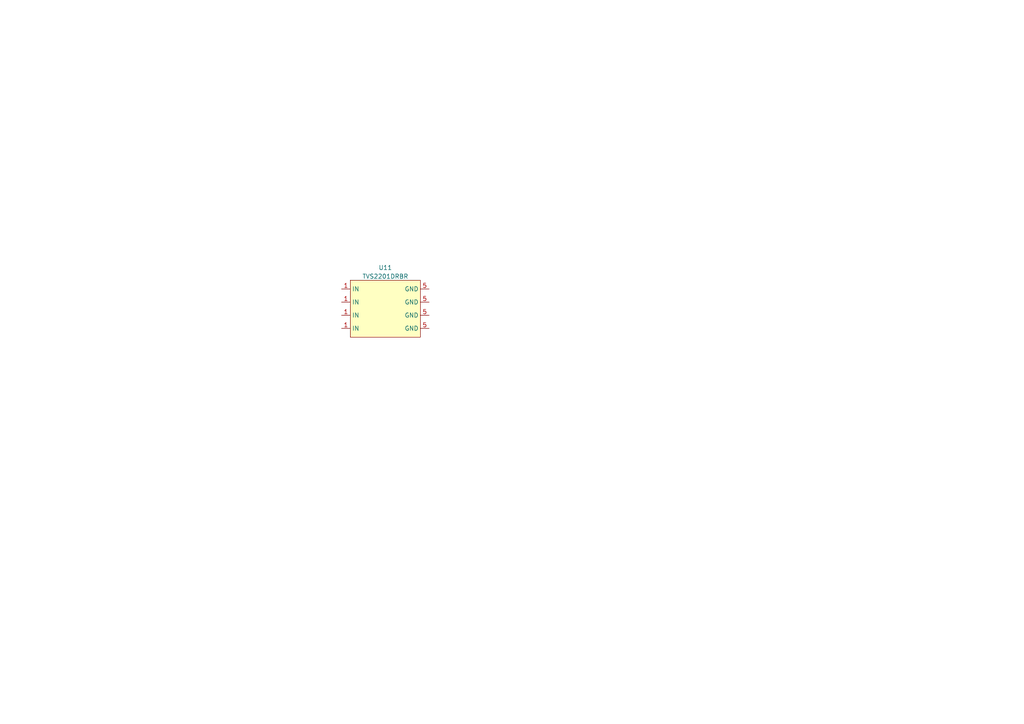
<source format=kicad_sch>
(kicad_sch (version 20211123) (generator eeschema)
  (paper "A4")
  (title_block (date "2022-11-14"))
  (lib_symbols
    (symbol "TVS2201:TVS2201DRBR"
      (property "Reference" "U" (at 0 11.43 0))
      (property "Value" "TVS2201DRBR" (at 0 8.89 0))
      (symbol "TVS2201DRBR_0_1"
        (rectangle (start -10.16 7.62) (end 10.16 -8.89) (stroke (width 0.1524)) (fill (type background)))
      )
      (symbol "TVS2201DRBR_1_1"
        (pin input line (at -12.7 -6.35 0) (length 2.54) (name "IN") (number "1"))
        (pin input line (at -12.7 -2.54 0) (length 2.54) (name "IN") (number "1"))
        (pin input line (at -12.7 1.27 0) (length 2.54) (name "IN") (number "1"))
        (pin input line (at -12.7 5.08 0) (length 2.54) (name "IN") (number "1"))
        (pin input line (at 12.7 -6.35 180) (length 2.54) (name "GND") (number "5"))
        (pin input line (at 12.7 -2.54 180) (length 2.54) (name "GND") (number "5"))
        (pin input line (at 12.7 1.27 180) (length 2.54) (name "GND") (number "5"))
        (pin input line (at 12.7 5.08 180) (length 2.54) (name "GND") (number "5"))
      )
    )
  )
  (symbol (lib_id "TVS2201:TVS2201DRBR") (at 111.76 88.9 0) (unit 1)
    (property "Reference" "U11" (at 111.76 77.631 0))
    (property "Value" "TVS2201DRBR" (at 111.76 80.1679 0))
    (property "Footprint" "TVS2201:IC_DRV8601DRBT" (effects hide))
    (property "Datasheet" "https://www.ti.com/lit/ds/symlink/tvs2201.pdf?HQS=dis-dk-null-digikeymode-dsf-pf-null-wwe&ts=1661377447628&ref_url=https%253A%252F%252Fwww.ti.com%252Fgeneral%252Fdocs%252Fsuppproductinfo.tsp%253FdistId%253D10%2526gotoUrl%253Dhttps%253A%252F%252Fwww.ti.com%252Flit%252Fgpn%252Ftvs2201" (effects hide))
    (property "MPN" "TVS2201DRBR" (effects hide))
    (property "Supplier Link" "https://www.digikey.ca/en/products/detail/texas-instruments/TVS2201DRBR/10820251" (effects hide))
  )
)
</source>
